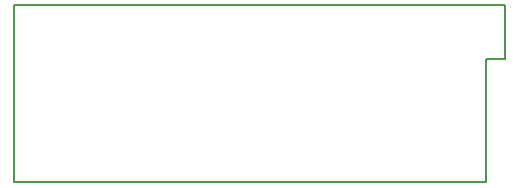
<source format=gbr>
%TF.GenerationSoftware,KiCad,Pcbnew,(5.1.8)-1*%
%TF.CreationDate,2021-12-10T09:17:19+01:00*%
%TF.ProjectId,FirePlaceSideB,46697265-506c-4616-9365-53696465422e,rev?*%
%TF.SameCoordinates,Original*%
%TF.FileFunction,Profile,NP*%
%FSLAX46Y46*%
G04 Gerber Fmt 4.6, Leading zero omitted, Abs format (unit mm)*
G04 Created by KiCad (PCBNEW (5.1.8)-1) date 2021-12-10 09:17:19*
%MOMM*%
%LPD*%
G01*
G04 APERTURE LIST*
%TA.AperFunction,Profile*%
%ADD10C,0.200000*%
%TD*%
G04 APERTURE END LIST*
D10*
X20242500Y-35814000D02*
X21844000Y-35814000D01*
X20242500Y-35814000D02*
X20243800Y-20815300D01*
X60244001Y-35814000D02*
X60244001Y-25400000D01*
X61846460Y-25400000D02*
X60244001Y-25400000D01*
X61844001Y-20814000D02*
X61846460Y-25400000D01*
X20243800Y-20815300D02*
X21844001Y-20814000D01*
X60244001Y-20814000D02*
X61844001Y-20814000D01*
X21844001Y-20814000D02*
X60244001Y-20814000D01*
X21844000Y-35814000D02*
X60244001Y-35814000D01*
M02*

</source>
